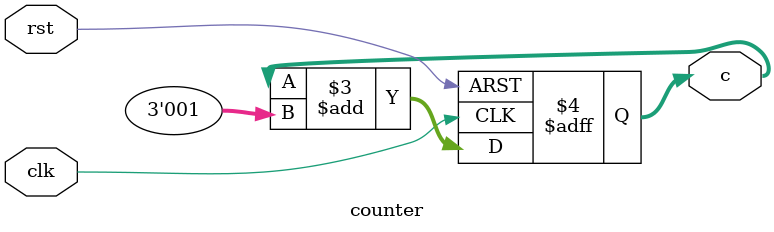
<source format=v>
module counter(rst, clk, c);
    input rst, clk;
    output [2:0] c;
    reg [2:0] c;

    always @ (posedge clk or negedge rst) begin
        if(rst == 1'b0) c <= 3'b000;
        else c <= c + 3'b001;
    end

endmodule

</source>
